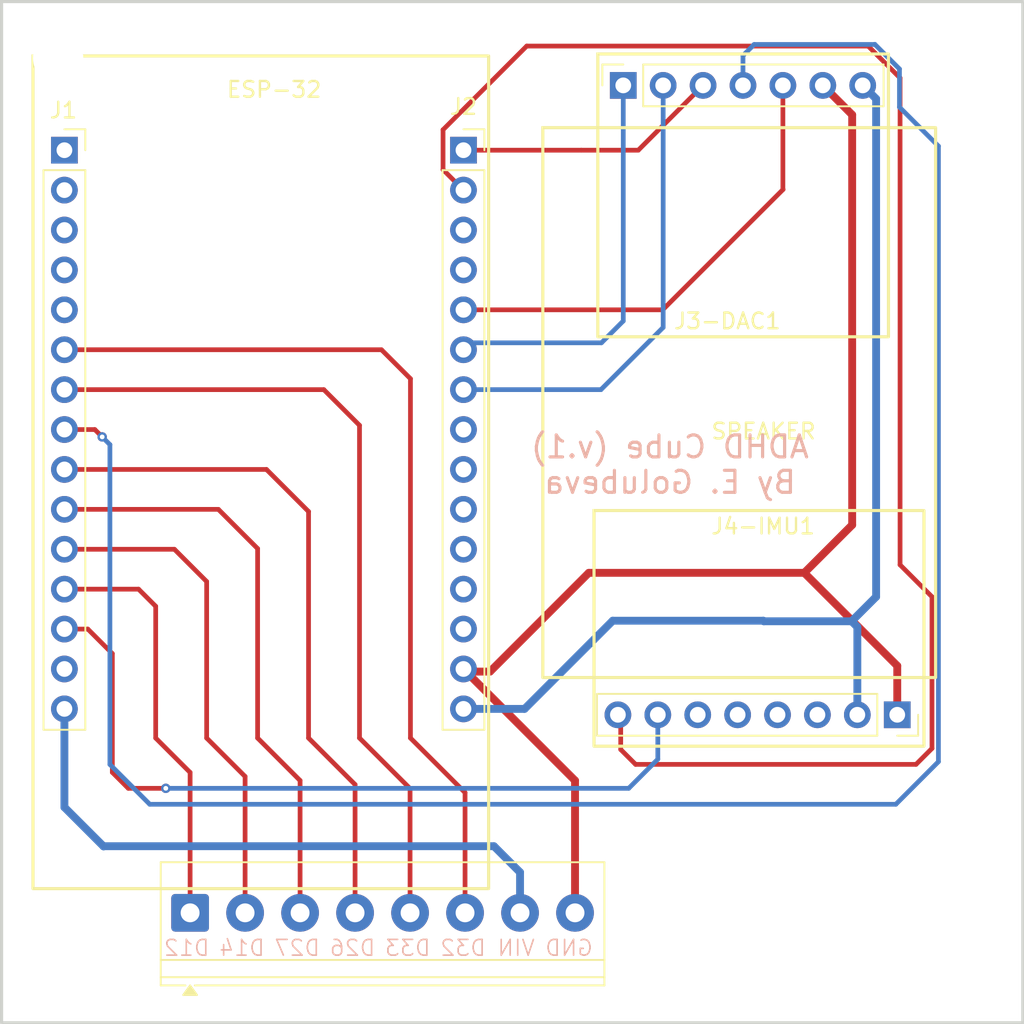
<source format=kicad_pcb>
(kicad_pcb (version 20241229) (generator "pcbnew") (generator_version "9.0")
  (layers (0 "F.Cu" signal) (2 "B.Cu" signal) (13 "F.Paste" user) (15 "B.Paste" user) (5 "F.SilkS" user "F.Silkscreen") (7 "B.SilkS" user "B.Silkscreen") (1 "F.Mask" user) (3 "B.Mask" user) (25 "Edge.Cuts" user))
  (net 0 "")
  (net 1 "GND")
  (net 2 "D12")
  (net 3 "D33")
  (net 4 "D26")
  (net 5 "D32")
  (net 6 "D27")
  (net 7 "D14")
  (net 8 "D25")
  (net 12 "D13")
  (net 13 "VIN")
  (net 17 "D21")
  (net 18 "D23")
  (net 19 "D22")
  (net 23 "3V3")
  (net 27 "D18")
  (net 29 "D19")
  (footprint "Connector_PinSocket_2.54mm:PinSocket_1x15_P2.54mm_Vertical" (layer "F.Cu") (at 79.4 59.46)
    (property "Reference" "J2" (at 0 -2.77 0) (layer "F.SilkS"))
    (property "Value" "Conn_01x15" (hide yes))
    (fp_line (start -1.33 1.27) (end -1.33 36.89) (stroke (width 0.12)) (layer "F.SilkS"))
    (fp_line (start -1.33 1.27) (end 1.33 1.27) (stroke (width 0.12)) (layer "F.SilkS"))
    (fp_line (start -1.33 36.89) (end 1.33 36.89) (stroke (width 0.12)) (layer "F.SilkS"))
    (fp_line (start 0 -1.33) (end 1.33 -1.33) (stroke (width 0.12)) (layer "F.SilkS"))
    (fp_line (start 1.33 -1.33) (end 1.33 0) (stroke (width 0.12)) (layer "F.SilkS"))
    (fp_line (start 1.33 1.27) (end 1.33 36.89) (stroke (width 0.12)) (layer "F.SilkS"))
    (pad "1" thru_hole rect (at 0 0) (size 1.7 1.7) (drill 1) (layers "*.Cu" "*.Mask") (net 18 "D23"))
    (pad "2" thru_hole circle (at 0 2.54) (size 1.7 1.7) (drill 1) (layers "*.Cu" "*.Mask") (net 19 "D22"))
    (pad "3" thru_hole circle (at 0 5.08) (size 1.7 1.7) (drill 1) (layers "*.Cu" "*.Mask"))
    (pad "4" thru_hole circle (at 0 7.62) (size 1.7 1.7) (drill 1) (layers "*.Cu" "*.Mask"))
    (pad "5" thru_hole circle (at 0 10.16) (size 1.7 1.7) (drill 1) (layers "*.Cu" "*.Mask") (net 17 "D21"))
    (pad "6" thru_hole circle (at 0 12.7) (size 1.7 1.7) (drill 1) (layers "*.Cu" "*.Mask") (net 29 "D19"))
    (pad "7" thru_hole circle (at 0 15.24) (size 1.7 1.7) (drill 1) (layers "*.Cu" "*.Mask") (net 27 "D18"))
    (pad "8" thru_hole circle (at 0 17.78) (size 1.7 1.7) (drill 1) (layers "*.Cu" "*.Mask"))
    (pad "9" thru_hole circle (at 0 20.32) (size 1.7 1.7) (drill 1) (layers "*.Cu" "*.Mask"))
    (pad "10" thru_hole circle (at 0 22.86) (size 1.7 1.7) (drill 1) (layers "*.Cu" "*.Mask"))
    (pad "11" thru_hole circle (at 0 25.4) (size 1.7 1.7) (drill 1) (layers "*.Cu" "*.Mask"))
    (pad "12" thru_hole circle (at 0 27.94) (size 1.7 1.7) (drill 1) (layers "*.Cu" "*.Mask"))
    (pad "13" thru_hole circle (at 0 30.48) (size 1.7 1.7) (drill 1) (layers "*.Cu" "*.Mask"))
    (pad "14" thru_hole circle (at 0 33.02) (size 1.7 1.7) (drill 1) (layers "*.Cu" "*.Mask") (net 1 "GND"))
    (pad "15" thru_hole circle (at 0 35.56) (size 1.7 1.7) (drill 1) (layers "*.Cu" "*.Mask") (net 23 "3V3"))
  )
  (footprint "Connector_PinSocket_2.54mm:PinSocket_1x15_P2.54mm_Vertical" (layer "F.Cu") (at 54 59.46)
    (property "Reference" "J1" (at -0.06 -2.54 0) (layer "F.SilkS"))
    (property "Value" "Conn_01x15" (hide yes))
    (fp_line (start -1.33 1.27) (end -1.33 36.89) (stroke (width 0.12)) (layer "F.SilkS"))
    (fp_line (start -1.33 1.27) (end 1.33 1.27) (stroke (width 0.12)) (layer "F.SilkS"))
    (fp_line (start -1.33 36.89) (end 1.33 36.89) (stroke (width 0.12)) (layer "F.SilkS"))
    (fp_line (start 0 -1.33) (end 1.33 -1.33) (stroke (width 0.12)) (layer "F.SilkS"))
    (fp_line (start 1.33 -1.33) (end 1.33 0) (stroke (width 0.12)) (layer "F.SilkS"))
    (fp_line (start 1.33 1.27) (end 1.33 36.89) (stroke (width 0.12)) (layer "F.SilkS"))
    (pad "1" thru_hole rect (at 0 0) (size 1.7 1.7) (drill 1) (layers "*.Cu" "*.Mask"))
    (pad "2" thru_hole circle (at 0 2.54) (size 1.7 1.7) (drill 1) (layers "*.Cu" "*.Mask"))
    (pad "3" thru_hole circle (at 0 5.08) (size 1.7 1.7) (drill 1) (layers "*.Cu" "*.Mask"))
    (pad "4" thru_hole circle (at 0 7.62) (size 1.7 1.7) (drill 1) (layers "*.Cu" "*.Mask"))
    (pad "5" thru_hole circle (at 0 10.16) (size 1.7 1.7) (drill 1) (layers "*.Cu" "*.Mask"))
    (pad "6" thru_hole circle (at 0 12.7) (size 1.7 1.7) (drill 1) (layers "*.Cu" "*.Mask") (net 5 "D32"))
    (pad "7" thru_hole circle (at 0 15.24) (size 1.7 1.7) (drill 1) (layers "*.Cu" "*.Mask") (net 3 "D33"))
    (pad "8" thru_hole circle (at 0 17.78) (size 1.7 1.7) (drill 1) (layers "*.Cu" "*.Mask") (net 8 "D25"))
    (pad "9" thru_hole circle (at 0 20.32) (size 1.7 1.7) (drill 1) (layers "*.Cu" "*.Mask") (net 4 "D26"))
    (pad "10" thru_hole circle (at 0 22.86) (size 1.7 1.7) (drill 1) (layers "*.Cu" "*.Mask") (net 6 "D27"))
    (pad "11" thru_hole circle (at 0 25.4) (size 1.7 1.7) (drill 1) (layers "*.Cu" "*.Mask") (net 7 "D14"))
    (pad "12" thru_hole circle (at 0 27.94) (size 1.7 1.7) (drill 1) (layers "*.Cu" "*.Mask") (net 2 "D12"))
    (pad "13" thru_hole circle (at 0 30.48) (size 1.7 1.7) (drill 1) (layers "*.Cu" "*.Mask") (net 12 "D13"))
    (pad "14" thru_hole circle (at 0 33.02) (size 1.7 1.7) (drill 1) (layers "*.Cu" "*.Mask"))
    (pad "15" thru_hole circle (at 0 35.56) (size 1.7 1.7) (drill 1) (layers "*.Cu" "*.Mask") (net 13 "VIN"))
  )
  (footprint "MountingHole:MountingHole_3.2mm_M3" (layer "F.Cu") (at 53.6 53.6)
    (property "Reference" "H1" (hide yes))
    (property "Value" "MountingHole" (hide yes))
    (pad "" np_thru_hole circle (at 0 0) (size 3.2 3.2) (drill 3.2) (layers "*.Cu" "*.Mask"))
  )
  (footprint "Connector_PinSocket_2.54mm:PinSocket_1x07_P2.54mm_Vertical" (layer "F.Cu") (at 89.57 55.335 90)
    (property "Reference" "J3-DAC1" (at -15 6.625 180) (layer "F.SilkS"))
    (property "Value" "Conn_01x07" (hide yes))
    (fp_line (start 1.33 -1.33) (end 1.33 0) (stroke (width 0.12)) (layer "F.SilkS"))
    (fp_line (start 0 -1.33) (end 1.33 -1.33) (stroke (width 0.12)) (layer "F.SilkS"))
    (fp_line (start 1.33 1.27) (end 1.33 16.57) (stroke (width 0.12)) (layer "F.SilkS"))
    (fp_line (start -1.33 1.27) (end 1.33 1.27) (stroke (width 0.12)) (layer "F.SilkS"))
    (fp_line (start -1.33 1.27) (end -1.33 16.57) (stroke (width 0.12)) (layer "F.SilkS"))
    (fp_line (start -1.33 16.57) (end 1.33 16.57) (stroke (width 0.12)) (layer "F.SilkS"))
    (pad "1" thru_hole rect (at 0 0 90) (size 1.7 1.7) (drill 1) (layers "*.Cu" "*.Mask") (net 29 "D19"))
    (pad "2" thru_hole circle (at 0 2.54 90) (size 1.7 1.7) (drill 1) (layers "*.Cu" "*.Mask") (net 27 "D18"))
    (pad "3" thru_hole circle (at 0 5.08 90) (size 1.7 1.7) (drill 1) (layers "*.Cu" "*.Mask") (net 18 "D23"))
    (pad "4" thru_hole circle (at 0 7.62 90) (size 1.7 1.7) (drill 1) (layers "*.Cu" "*.Mask") (net 8 "D25"))
    (pad "5" thru_hole circle (at 0 10.16 90) (size 1.7 1.7) (drill 1) (layers "*.Cu" "*.Mask") (net 17 "D21"))
    (pad "6" thru_hole circle (at 0 12.7 90) (size 1.7 1.7) (drill 1) (layers "*.Cu" "*.Mask") (net 1 "GND"))
    (pad "7" thru_hole circle (at 0 15.24 90) (size 1.7 1.7) (drill 1) (layers "*.Cu" "*.Mask") (net 23 "3V3"))
  )
  (footprint "MountingHole:MountingHole_3.2mm_M3" (layer "F.Cu") (at 53.6 111.4)
    (property "Reference" "H4" (hide yes))
    (property "Value" "MountingHole" (hide yes))
    (pad "" np_thru_hole circle (at 0 0) (size 3.2 3.2) (drill 3.2) (layers "*.Cu" "*.Mask"))
  )
  (footprint "TerminalBlock_Phoenix:TerminalBlock_Phoenix_PT-1,5-8-3.5-H_1x08_P3.50mm_Horizontal" (layer "F.Cu") (at 62 108)
    (property "Reference" "J4" (hide yes))
    (property "Value" "Screw_Terminal_01x08" (hide yes))
    (fp_line (start -1.87 -3.22) (end 26.37 -3.22) (stroke (width 0.12)) (layer "F.SilkS"))
    (fp_line (start -1.87 3) (end 26.37 3) (stroke (width 0.12)) (layer "F.SilkS"))
    (fp_line (start -1.87 4.1) (end 26.37 4.1) (stroke (width 0.12)) (layer "F.SilkS"))
    (fp_line (start -1.87 4.62) (end -1.87 -3.22) (stroke (width 0.12)) (layer "F.SilkS"))
    (fp_line (start -0.3 4.62) (end -1.87 4.62) (stroke (width 0.12)) (layer "F.SilkS"))
    (fp_line (start 26.37 -3.22) (end 26.37 4.62) (stroke (width 0.12)) (layer "F.SilkS"))
    (fp_line (start 26.37 4.62) (end 0.3 4.62) (stroke (width 0.12)) (layer "F.SilkS"))
    (fp_poly (pts (xy 0 4.62) (xy 0.44 5.23) (xy -0.44 5.23)) (stroke (width 0.12)) (fill yes) (layer "F.SilkS"))
    (pad "1" thru_hole roundrect (at 0 0) (size 2.4 2.4) (drill 1.2) (layers "*.Cu" "*.Mask") (roundrect_rratio 0.104167) (net 2 "D12"))
    (pad "2" thru_hole circle (at 3.5 0) (size 2.4 2.4) (drill 1.2) (layers "*.Cu" "*.Mask") (net 7 "D14"))
    (pad "3" thru_hole circle (at 7 0) (size 2.4 2.4) (drill 1.2) (layers "*.Cu" "*.Mask") (net 6 "D27"))
    (pad "4" thru_hole circle (at 10.5 0) (size 2.4 2.4) (drill 1.2) (layers "*.Cu" "*.Mask") (net 4 "D26"))
    (pad "5" thru_hole circle (at 14 0) (size 2.4 2.4) (drill 1.2) (layers "*.Cu" "*.Mask") (net 3 "D33"))
    (pad "6" thru_hole circle (at 17.5 0) (size 2.4 2.4) (drill 1.2) (layers "*.Cu" "*.Mask") (net 5 "D32"))
    (pad "7" thru_hole circle (at 21 0) (size 2.4 2.4) (drill 1.2) (layers "*.Cu" "*.Mask") (net 13 "VIN"))
    (pad "8" thru_hole circle (at 24.5 0) (size 2.4 2.4) (drill 1.2) (layers "*.Cu" "*.Mask") (net 1 "GND"))
  )
  (footprint "MountingHole:MountingHole_3.2mm_M3" (layer "F.Cu") (at 111.45 111.43)
    (property "Reference" "H3" (hide yes))
    (property "Value" "MountingHole" (hide yes))
    (pad "" np_thru_hole circle (at 0 0) (size 3.2 3.2) (drill 3.2) (layers "*.Cu" "*.Mask"))
  )
  (footprint "MountingHole:MountingHole_3.2mm_M3" (layer "F.Cu") (at 111.4 53.6)
    (property "Reference" "H2" (hide yes))
    (property "Value" "MountingHole" (hide yes))
    (pad "" np_thru_hole circle (at 0 0) (size 3.2 3.2) (drill 3.2) (layers "*.Cu" "*.Mask"))
  )
  (footprint "Connector_PinSocket_2.54mm:PinSocket_1x08_P2.54mm_Vertical" (layer "F.Cu") (at 107.009138 95.394959 -90)
    (property "Reference" "J4-IMU1" (at -12 8.54 0) (layer "F.SilkS"))
    (property "Value" "Conn_01x08" (hide yes))
    (fp_line (start -1.33 19.11) (end 1.33 19.11) (stroke (width 0.12)) (layer "F.SilkS"))
    (fp_line (start -1.33 1.27) (end -1.33 19.11) (stroke (width 0.12)) (layer "F.SilkS"))
    (fp_line (start -1.33 1.27) (end 1.33 1.27) (stroke (width 0.12)) (layer "F.SilkS"))
    (fp_line (start 1.33 1.27) (end 1.33 19.11) (stroke (width 0.12)) (layer "F.SilkS"))
    (fp_line (start 0 -1.33) (end 1.33 -1.33) (stroke (width 0.12)) (layer "F.SilkS"))
    (fp_line (start 1.33 -1.33) (end 1.33 0) (stroke (width 0.12)) (layer "F.SilkS"))
    (pad "1" thru_hole rect (at 0 0 270) (size 1.7 1.7) (drill 1) (layers "*.Cu" "*.Mask") (net 1 "GND"))
    (pad "2" thru_hole circle (at 0 2.54 270) (size 1.7 1.7) (drill 1) (layers "*.Cu" "*.Mask") (net 23 "3V3"))
    (pad "3" thru_hole circle (at 0 5.08 270) (size 1.7 1.7) (drill 1) (layers "*.Cu" "*.Mask"))
    (pad "4" thru_hole circle (at 0 7.62 270) (size 1.7 1.7) (drill 1) (layers "*.Cu" "*.Mask"))
    (pad "5" thru_hole circle (at 0 10.16 270) (size 1.7 1.7) (drill 1) (layers "*.Cu" "*.Mask"))
    (pad "6" thru_hole circle (at 0 12.7 270) (size 1.7 1.7) (drill 1) (layers "*.Cu" "*.Mask"))
    (pad "7" thru_hole circle (at 0 15.24 270) (size 1.7 1.7) (drill 1) (layers "*.Cu" "*.Mask") (net 12 "D13"))
    (pad "8" thru_hole circle (at 0 17.78 270) (size 1.7 1.7) (drill 1) (layers "*.Cu" "*.Mask") (net 19 "D22"))
  )
  (gr_rect (start 87.709138 82.394959) (end 108.709138 97.394959) (stroke (width 0.2)) (fill no) (layer "F.SilkS"))
  (gr_rect (start 84.45 58.025) (end 109.45 93.025) (stroke (width 0.2)) (fill no) (layer "F.SilkS"))
  (gr_rect (start 52 53.46) (end 81 106.46) (stroke (width 0.2)) (fill no) (layer "F.SilkS"))
  (gr_rect (start 87.95 53.335) (end 106.45 71.335) (stroke (width 0.2)) (fill no) (layer "F.SilkS"))
  (gr_rect (start 50 50) (end 115 115) (stroke (width 0.2)) (fill no) (layer "Edge.Cuts"))
  (gr_text "ESP-32" (at 67.35 55.6 0) (layer "F.SilkS") (effects (font (size 1 1))))
  (gr_text "SPEAKER" (at 98.5 77.35 0) (layer "F.SilkS") (effects (font (size 1 1))))
  (gr_text "D33" (at 77.372 110.82 0) (layer "B.SilkS") (effects (font (size 1 1) (thickness 0.1)) (justify left bottom mirror)))
  (gr_text "D27" (at 70.336 110.82 0) (layer "B.SilkS") (effects (font (size 1 1) (thickness 0.1)) (justify left bottom mirror)))
  (gr_text "D14" (at 66.818 110.82 0) (layer "B.SilkS") (effects (font (size 1 1) (thickness 0.1)) (justify left bottom mirror)))
  (gr_text "D32" (at 80.89 110.82 0) (layer "B.SilkS") (effects (font (size 1 1) (thickness 0.1)) (justify left bottom mirror)))
  (gr_text "GND" (at 87.71 110.82 0) (layer "B.SilkS") (effects (font (size 1 1) (thickness 0.1)) (justify left bottom mirror)))
  (gr_text "VIN" (at 84.011293 110.82 0) (layer "B.SilkS") (effects (font (size 1 1) (thickness 0.1)) (justify left bottom mirror)))
  (gr_text "ADHD Cube (v.1)\nBy E. Golubeva" (at 92.54 79.47 0) (layer "B.SilkS") (effects (font (size 1.4 1.4) (thickness 0.2)) (justify mirror)))
  (gr_text "D26" (at 73.854 110.82 0) (layer "B.SilkS") (effects (font (size 1 1) (thickness 0.1)) (justify left bottom mirror)))
  (gr_text "D12" (at 63.3 110.82 0) (layer "B.SilkS") (effects (font (size 1 1) (thickness 0.1)) (justify left bottom mirror)))
  (segment (start 86.5 99.99) (end 86.5 108) (width 0.5) (layer "F.Cu") (net 1))
  (segment (start 79.4 92.48) (end 79.566 92.646) (width 0.5) (layer "F.Cu") (net 1))
  (segment (start 81.09 92.646) (end 87.376 86.36) (width 0.5) (layer "F.Cu") (net 1))
  (segment (start 79.566 92.646) (end 81.09 92.646) (width 0.5) (layer "F.Cu") (net 1))
  (segment (start 104.14 57.205) (end 102.27 55.335) (width 0.5) (layer "F.Cu") (net 1))
  (segment (start 86.5 99.99) (end 86.5 99.58) (width 0.5) (layer "F.Cu") (net 1))
  (segment (start 87.376 86.36) (end 101.092 86.36) (width 0.5) (layer "F.Cu") (net 1))
  (segment (start 86.5 99.58) (end 79.4 92.48) (width 0.5) (layer "F.Cu") (net 1))
  (segment (start 101.092 86.36) (end 107.009138 92.277138) (width 0.5) (layer "F.Cu") (net 1))
  (segment (start 104.14 83.312) (end 104.14 57.205) (width 0.5) (layer "F.Cu") (net 1))
  (segment (start 107.009138 92.277138) (end 107.009138 95.394959) (width 0.5) (layer "F.Cu") (net 1))
  (segment (start 101.092 86.36) (end 104.14 83.312) (width 0.5) (layer "F.Cu") (net 1))
  (segment (start 58.72 87.4) (end 54 87.4) (width 0.3) (layer "F.Cu") (net 2))
  (segment (start 59.81 88.49) (end 58.72 87.4) (width 0.3) (layer "F.Cu") (net 2))
  (segment (start 62 99.065) (end 59.81 96.875) (width 0.3) (layer "F.Cu") (net 2))
  (segment (start 62 108) (end 62 99.065) (width 0.3) (layer "F.Cu") (net 2))
  (segment (start 59.81 96.875) (end 59.81 88.49) (width 0.3) (layer "F.Cu") (net 2))
  (segment (start 72.782 76.972) (end 70.51 74.7) (width 0.3) (layer "F.Cu") (net 3))
  (segment (start 72.782 96.875) (end 72.782 76.972) (width 0.3) (layer "F.Cu") (net 3))
  (segment (start 76 100.093) (end 72.782 96.875) (width 0.3) (layer "F.Cu") (net 3))
  (segment (start 70.51 74.7) (end 54 74.7) (width 0.3) (layer "F.Cu") (net 3))
  (segment (start 76 108) (end 76 100.093) (width 0.3) (layer "F.Cu") (net 3))
  (segment (start 54 74.7) (end 54 74.24) (width 0.3) (layer "F.Cu") (net 3))
  (segment (start 69.539 82.459) (end 69.539 96.875) (width 0.3) (layer "F.Cu") (net 4))
  (segment (start 69.539 96.875) (end 72.5 99.836) (width 0.3) (layer "F.Cu") (net 4))
  (segment (start 54 79.78) (end 66.86 79.78) (width 0.3) (layer "F.Cu") (net 4))
  (segment (start 72.5 99.836) (end 72.5 108) (width 0.3) (layer "F.Cu") (net 4))
  (segment (start 66.86 79.78) (end 69.539 82.459) (width 0.3) (layer "F.Cu") (net 4))
  (segment (start 76.025 96.875) (end 79.5 100.35) (width 0.3) (layer "F.Cu") (net 5))
  (segment (start 54 72.16) (end 54 71.7) (width 0.3) (layer "F.Cu") (net 5))
  (segment (start 79.5 100.35) (end 79.5 108) (width 0.3) (layer "F.Cu") (net 5))
  (segment (start 54 72.16) (end 74.18 72.16) (width 0.3) (layer "F.Cu") (net 5))
  (segment (start 76.025 74.005) (end 76.025 96.875) (width 0.3) (layer "F.Cu") (net 5))
  (segment (start 74.18 72.16) (end 76.025 74.005) (width 0.3) (layer "F.Cu") (net 5))
  (segment (start 66.296 96.875) (end 66.296 84.816) (width 0.3) (layer "F.Cu") (net 6))
  (segment (start 63.8 82.32) (end 54 82.32) (width 0.3) (layer "F.Cu") (net 6))
  (segment (start 69 108) (end 69 99.579) (width 0.3) (layer "F.Cu") (net 6))
  (segment (start 66.296 84.816) (end 63.8 82.32) (width 0.3) (layer "F.Cu") (net 6))
  (segment (start 69 99.579) (end 66.296 96.875) (width 0.3) (layer "F.Cu") (net 6))
  (segment (start 65.5 99.322) (end 65.5 108) (width 0.3) (layer "F.Cu") (net 7))
  (segment (start 63.053 96.875) (end 65.5 99.322) (width 0.3) (layer "F.Cu") (net 7))
  (segment (start 63.053 86.913) (end 63.053 96.875) (width 0.3) (layer "F.Cu") (net 7))
  (segment (start 54 84.86) (end 61 84.86) (width 0.3) (layer "F.Cu") (net 7))
  (segment (start 61 84.86) (end 63.053 86.913) (width 0.3) (layer "F.Cu") (net 7))
  (segment (start 56.4035 77.7085) (end 55.935 77.24) (width 0.3) (layer "F.Cu") (net 8))
  (segment (start 55.935 77.24) (end 54 77.24) (width 0.3) (layer "F.Cu") (net 8))
  (via (at 56.4035 77.7085) (size 0.6) (drill 0.3) (layers "F.Cu" "B.Cu") (net 8))
  (segment (start 56.4035 77.7085) (end 56.896 78.201) (width 0.3) (layer "B.Cu") (net 8))
  (segment (start 109.63 59.2) (end 107.15 56.72) (width 0.3) (layer "B.Cu") (net 8))
  (segment (start 56.896 78.201) (end 56.896 98.556) (width 0.3) (layer "B.Cu") (net 8))
  (segment (start 107.15 56.72) (end 107.15 54.29) (width 0.3) (layer "B.Cu") (net 8))
  (segment (start 105.58 52.72) (end 105.57 52.73) (width 0.3) (layer "B.Cu") (net 8))
  (segment (start 107.15 54.29) (end 105.58 52.72) (width 0.3) (layer "B.Cu") (net 8))
  (segment (start 97.9 52.73) (end 97.19 53.44) (width 0.3) (layer "B.Cu") (net 8))
  (segment (start 56.896 98.556) (end 59.432 101.092) (width 0.3) (layer "B.Cu") (net 8))
  (segment (start 109.63 98.38) (end 109.63 59.2) (width 0.3) (layer "B.Cu") (net 8))
  (segment (start 106.918 101.092) (end 109.63 98.38) (width 0.3) (layer "B.Cu") (net 8))
  (segment (start 105.57 52.73) (end 97.9 52.73) (width 0.3) (layer "B.Cu") (net 8))
  (segment (start 59.432 101.092) (end 106.918 101.092) (width 0.3) (layer "B.Cu") (net 8))
  (segment (start 97.19 53.44) (end 97.19 55.335) (width 0.3) (layer "B.Cu") (net 8))
  (segment (start 57.05 91.5) (end 57.05 99.06) (width 0.3) (layer "F.Cu") (net 12))
  (segment (start 57.05 99.06) (end 58.066 100.076) (width 0.3) (layer "F.Cu") (net 12))
  (segment (start 55.49 89.94) (end 57.05 91.5) (width 0.3) (layer "F.Cu") (net 12))
  (segment (start 58.066 100.076) (end 60.452 100.076) (width 0.3) (layer "F.Cu") (net 12))
  (segment (start 54 89.94) (end 55.49 89.94) (width 0.3) (layer "F.Cu") (net 12))
  (via (at 60.452 100.076) (size 0.6) (drill 0.3) (layers "F.Cu" "B.Cu") (net 12))
  (segment (start 89.916 100.076) (end 91.769138 98.222862) (width 0.3) (layer "B.Cu") (net 12))
  (segment (start 91.769138 98.222862) (end 91.769138 95.394959) (width 0.3) (layer "B.Cu") (net 12))
  (segment (start 60.452 100.076) (end 89.916 100.076) (width 0.3) (layer "B.Cu") (net 12))
  (segment (start 54.2 95.22) (end 54 95.02) (width 0.3) (layer "F.Cu") (net 13))
  (segment (start 54 101.28) (end 56.49 103.77) (width 0.5) (layer "B.Cu") (net 13))
  (segment (start 56.49 103.77) (end 56.5 103.76) (width 0.5) (layer "B.Cu") (net 13))
  (segment (start 56.5 103.76) (end 81.34 103.76) (width 0.5) (layer "B.Cu") (net 13))
  (segment (start 54 95.02) (end 54 101.28) (width 0.5) (layer "B.Cu") (net 13))
  (segment (start 83 105.42) (end 83 108) (width 0.5) (layer "B.Cu") (net 13))
  (segment (start 81.34 103.76) (end 83 105.42) (width 0.5) (layer "B.Cu") (net 13))
  (segment (start 79.4 69.62) (end 92.08 69.62) (width 0.3) (layer "F.Cu") (net 17))
  (segment (start 92.08 69.62) (end 99.74 61.96) (width 0.3) (layer "F.Cu") (net 17))
  (segment (start 99.73 61.95) (end 99.73 55.335) (width 0.3) (layer "F.Cu") (net 17))
  (segment (start 99.74 61.96) (end 99.73 61.95) (width 0.3) (layer "F.Cu") (net 17))
  (segment (start 79.78163 69.23837) (end 79.78163 69.62) (width 0.3) (layer "B.Cu") (net 17))
  (segment (start 86.9 59.46) (end 79.4 59.46) (width 0.3) (layer "F.Cu") (net 18))
  (segment (start 86.9 59.46) (end 90.525 59.46) (width 0.3) (layer "F.Cu") (net 18))
  (segment (start 90.525 59.46) (end 94.65 55.335) (width 0.3) (layer "F.Cu") (net 18))
  (segment (start 108.204 98.552) (end 90.354179 98.552) (width 0.3) (layer "F.Cu") (net 19))
  (segment (start 89.408 95.216097) (end 89.229138 95.394959) (width 0.3) (layer "F.Cu") (net 19))
  (segment (start 107.188 85.852) (end 109.22 87.884) (width 0.3) (layer "F.Cu") (net 19))
  (segment (start 107.188 54.864) (end 107.188 85.852) (width 0.3) (layer "F.Cu") (net 19))
  (segment (start 89.408 97.605821) (end 89.408 95.573821) (width 0.3) (layer "F.Cu") (net 19))
  (segment (start 83.426 52.832) (end 105.156 52.832) (width 0.3) (layer "F.Cu") (net 19))
  (segment (start 79.4 62) (end 78.099 60.699) (width 0.3) (layer "F.Cu") (net 19))
  (segment (start 109.22 87.884) (end 109.22 97.536) (width 0.3) (layer "F.Cu") (net 19))
  (segment (start 90.354179 98.552) (end 89.408 97.605821) (width 0.3) (layer "F.Cu") (net 19))
  (segment (start 105.156 52.832) (end 107.188 54.864) (width 0.3) (layer "F.Cu") (net 19))
  (segment (start 89.408 95.573821) (end 89.229138 95.394959) (width 0.3) (layer "F.Cu") (net 19))
  (segment (start 78.099 58.159) (end 83.426 52.832) (width 0.3) (layer "F.Cu") (net 19))
  (segment (start 78.099 60.699) (end 78.099 58.159) (width 0.3) (layer "F.Cu") (net 19))
  (segment (start 109.22 97.536) (end 108.204 98.552) (width 0.3) (layer "F.Cu") (net 19))
  (segment (start 88.9 89.408) (end 98.482179 89.408) (width 0.5) (layer "B.Cu") (net 23))
  (segment (start 105.664 56.189) (end 104.81 55.335) (width 0.5) (layer "B.Cu") (net 23))
  (segment (start 83.288 95.02) (end 88.9 89.408) (width 0.5) (layer "B.Cu") (net 23))
  (segment (start 104.105089 89.442911) (end 105.664 87.884) (width 0.5) (layer "B.Cu") (net 23))
  (segment (start 79.4 95.02) (end 83.288 95.02) (width 0.5) (layer "B.Cu") (net 23))
  (segment (start 105.664 87.884) (end 105.664 56.189) (width 0.5) (layer "B.Cu") (net 23))
  (segment (start 104.105089 89.442911) (end 104.469138 89.80696) (width 0.5) (layer "B.Cu") (net 23))
  (segment (start 98.482179 89.408) (end 98.517089 89.442911) (width 0.5) (layer "B.Cu") (net 23))
  (segment (start 104.469138 89.80696) (end 104.469138 95.394959) (width 0.5) (layer "B.Cu") (net 23))
  (segment (start 98.517089 89.442911) (end 104.105089 89.442911) (width 0.5) (layer "B.Cu") (net 23))
  (segment (start 88.15 74.7) (end 79.4 74.7) (width 0.3) (layer "B.Cu") (net 27))
  (segment (start 92.11 70.74) (end 92.11 55.335) (width 0.3) (layer "B.Cu") (net 27))
  (segment (start 88.15 74.7) (end 92.11 70.74) (width 0.3) (layer "B.Cu") (net 27))
  (segment (start 79.4 72.16) (end 79.49 72.16) (width 0.3) (layer "F.Cu") (net 29))
  (segment (start 79.84 71.72) (end 88.18 71.72) (width 0.3) (layer "B.Cu") (net 29))
  (segment (start 89.57 70.33) (end 89.57 55.335) (width 0.3) (layer "B.Cu") (net 29))
  (segment (start 88.18 71.72) (end 89.57 70.33) (width 0.3) (layer "B.Cu") (net 29))
  (segment (start 79.4 72.16) (end 79.84 71.72) (width 0.3) (layer "B.Cu") (net 29))
)
</source>
